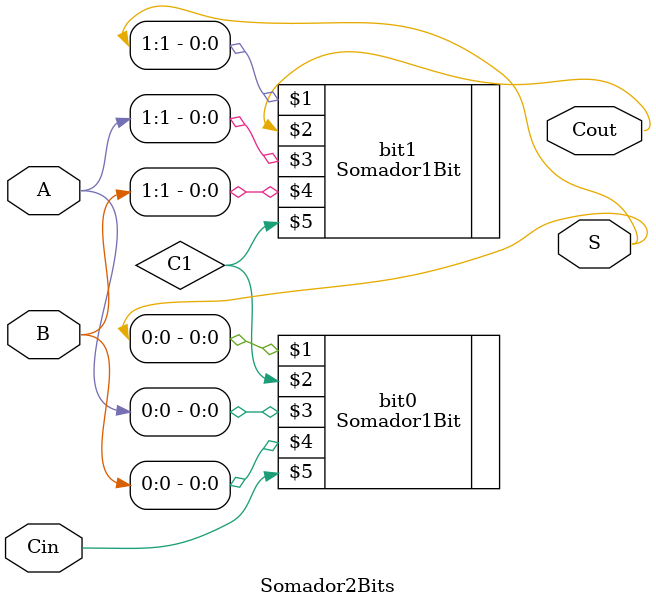
<source format=v>
module Somador2Bits(S, Cout, A, B, Cin);
    input [1:0] A, B;    // Array de inputs de 2 bits
    input Cin;           // Carry-in  (Entrada)
    output [1:0] S;      // Resultado da soma
    output Cout;         // Carry-out (Saida)

    wire C1;

    // Instanciando 2 somadores de 1 bit
    Somador1Bit bit0(S[0], C1, A[0], B[0], Cin);
    Somador1Bit bit1(S[1], Cout, A[1], B[1], C1);
endmodule


</source>
